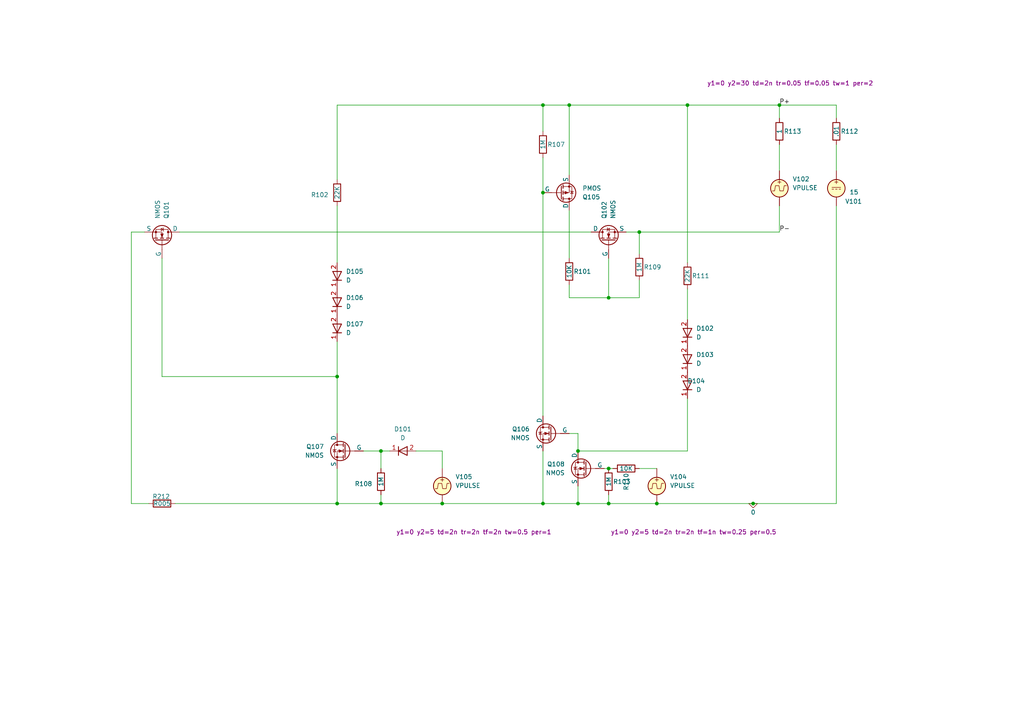
<source format=kicad_sch>
(kicad_sch (version 20250114) (generator "eeschema") (generator_version "9.0")
  (paper "A4")
  (lib_symbols
    (symbol "Device:R" (pin_numbers (hide yes)) (pin_names (offset 0))
      (property "Reference" "R" (at 2.032 0 90))
      (property "Value" "R" (at 0 0 90))
      (symbol "R_0_1"
        (rectangle (start -1.016 -2.54) (end 1.016 2.54) (stroke (width 0.254)))
      )
      (symbol "R_1_1"
        (pin passive line (at 0 3.81 270) (length 1.27) (name "~") (number "1"))
        (pin passive line (at 0 -3.81 90) (length 1.27) (name "~") (number "2"))
      )
    )
    (symbol "Simulation_SPICE:0" (power) (pin_names (offset 0))
      (property "Value" "0" (at 0 -1.778 0))
      (symbol "0_0_1"
        (polyline (pts (xy -1.27 0) (xy 0 -1.27) (xy 1.27 0) (xy -1.27 0)))
      )
      (symbol "0_1_1"
        (pin power_in line (at 0 0 0) (length 0) (hide yes) (name "0") (number "1"))
      )
    )
    (symbol "Simulation_SPICE:D" (pin_names (offset 1.016) (hide yes))
      (property "Reference" "D" (at 0 2.54 0))
      (property "Value" "D" (at 0 -2.54 0))
      (symbol "D_0_1"
        (polyline (pts (xy -1.27 1.27) (xy -1.27 -1.27)) (stroke (width 0.254)))
        (polyline (pts (xy 1.27 1.27) (xy 1.27 -1.27) (xy -1.27 0) (xy 1.27 1.27)) (stroke (width 0.254)))
        (polyline (pts (xy 1.27 0) (xy -1.27 0)))
      )
      (symbol "D_1_1"
        (pin passive line (at -3.81 0 0) (length 2.54) (name "K") (number "1"))
        (pin passive line (at 3.81 0 180) (length 2.54) (name "A") (number "2"))
      )
    )
    (symbol "Simulation_SPICE:NMOS" (pin_numbers (hide yes)) (pin_names (offset 0))
      (property "Reference" "Q" (at 5.08 1.27 0))
      (property "Value" "NMOS" (at 5.08 -1.27 0))
      (symbol "NMOS_0_1"
        (polyline (pts (xy 0.254 1.905) (xy 0.254 -1.905)) (stroke (width 0.254)))
        (polyline (pts (xy 0.254 0) (xy -2.54 0)))
        (polyline (pts (xy 0.762 2.286) (xy 0.762 1.27)) (stroke (width 0.254)))
        (polyline (pts (xy 0.762 0.508) (xy 0.762 -0.508)) (stroke (width 0.254)))
        (polyline (pts (xy 0.762 -1.27) (xy 0.762 -2.286)) (stroke (width 0.254)))
        (polyline (pts (xy 0.762 -1.778) (xy 3.302 -1.778) (xy 3.302 1.778) (xy 0.762 1.778)))
        (polyline (pts (xy 1.016 0) (xy 2.032 0.381) (xy 2.032 -0.381) (xy 1.016 0)) (fill (type outline)))
        (circle (center 1.651 0) (radius 2.794) (stroke (width 0.254)))
        (polyline (pts (xy 2.54 2.54) (xy 2.54 1.778)))
        (circle (center 2.54 1.778) (radius 0.254) (fill (type outline)))
        (circle (center 2.54 -1.778) (radius 0.254) (fill (type outline)))
        (polyline (pts (xy 2.54 -2.54) (xy 2.54 0) (xy 0.762 0)))
        (polyline (pts (xy 2.794 0.508) (xy 2.921 0.381) (xy 3.683 0.381) (xy 3.81 0.254)))
        (polyline (pts (xy 3.302 0.381) (xy 2.921 -0.254) (xy 3.683 -0.254) (xy 3.302 0.381)))
      )
      (symbol "NMOS_1_1"
        (pin input line (at -5.08 0 0) (length 2.54) (name "G") (number "2"))
        (pin passive line (at 2.54 5.08 270) (length 2.54) (name "D") (number "1"))
        (pin passive line (at 2.54 -5.08 90) (length 2.54) (name "S") (number "3"))
      )
    )
    (symbol "Simulation_SPICE:PMOS" (pin_numbers (hide yes)) (pin_names (offset 0))
      (property "Reference" "Q" (at 5.08 1.27 0))
      (property "Value" "PMOS" (at 5.08 -1.27 0))
      (symbol "PMOS_0_1"
        (polyline (pts (xy 0.254 1.905) (xy 0.254 -1.905)) (stroke (width 0.254)))
        (polyline (pts (xy 0.254 0) (xy -2.54 0)))
        (polyline (pts (xy 0.762 2.286) (xy 0.762 1.27)) (stroke (width 0.254)))
        (polyline (pts (xy 0.762 1.778) (xy 3.302 1.778) (xy 3.302 -1.778) (xy 0.762 -1.778)))
        (polyline (pts (xy 0.762 0.508) (xy 0.762 -0.508)) (stroke (width 0.254)))
        (polyline (pts (xy 0.762 -1.27) (xy 0.762 -2.286)) (stroke (width 0.254)))
        (circle (center 1.651 0) (radius 2.794) (stroke (width 0.254)))
        (polyline (pts (xy 2.286 0) (xy 1.27 0.381) (xy 1.27 -0.381) (xy 2.286 0)) (fill (type outline)))
        (polyline (pts (xy 2.54 2.54) (xy 2.54 1.778)))
        (circle (center 2.54 1.778) (radius 0.254) (fill (type outline)))
        (circle (center 2.54 -1.778) (radius 0.254) (fill (type outline)))
        (polyline (pts (xy 2.54 -2.54) (xy 2.54 0) (xy 0.762 0)))
        (polyline (pts (xy 2.794 -0.508) (xy 2.921 -0.381) (xy 3.683 -0.381) (xy 3.81 -0.254)))
        (polyline (pts (xy 3.302 -0.381) (xy 2.921 0.254) (xy 3.683 0.254) (xy 3.302 -0.381)))
      )
      (symbol "PMOS_1_1"
        (pin input line (at -5.08 0 0) (length 2.54) (name "G") (number "2"))
        (pin passive line (at 2.54 5.08 270) (length 2.54) (name "D") (number "1"))
        (pin passive line (at 2.54 -5.08 90) (length 2.54) (name "S") (number "3"))
      )
    )
    (symbol "Simulation_SPICE:VDC" (pin_numbers (hide yes)) (pin_names (offset 0.0254))
      (property "Reference" "V" (at 2.54 2.54 0))
      (property "Value" "1" (at 2.54 0 0))
      (symbol "VDC_0_0"
        (polyline (pts (xy -1.27 0.254) (xy 1.27 0.254)))
        (polyline (pts (xy -0.762 -0.254) (xy -1.27 -0.254)))
        (polyline (pts (xy 0.254 -0.254) (xy -0.254 -0.254)))
        (polyline (pts (xy 1.27 -0.254) (xy 0.762 -0.254)))
        (text "+" (at 0 1.905 0) (effects (font (size 1.27 1.27))))
      )
      (symbol "VDC_0_1"
        (circle (center 0 0) (radius 2.54) (stroke (width 0.254)) (fill (type background)))
      )
      (symbol "VDC_1_1"
        (pin passive line (at 0 5.08 270) (length 2.54) (name "~") (number "1"))
        (pin passive line (at 0 -5.08 90) (length 2.54) (name "~") (number "2"))
      )
    )
    (symbol "Simulation_SPICE:VPULSE" (pin_numbers (hide yes)) (pin_names (offset 0.0254))
      (property "Reference" "V" (at 2.54 2.54 0))
      (property "Value" "VPULSE" (at 2.54 0 0))
      (property "Sim.Params" "y1=0 y2=1 td=2n tr=2n tf=2n tw=50n per=100n" (at 2.54 -2.54 0))
      (symbol "VPULSE_0_0"
        (polyline (pts (xy -2.032 -0.762) (xy -1.397 -0.762) (xy -1.143 0.762) (xy -0.127 0.762) (xy 0.127 -0.762) (xy 1.143 -0.762) (xy 1.397 0.762) (xy 2.032 0.762)))
        (text "+" (at 0 1.905 0) (effects (font (size 1.27 1.27))))
      )
      (symbol "VPULSE_0_1"
        (circle (center 0 0) (radius 2.54) (stroke (width 0.254)) (fill (type background)))
      )
      (symbol "VPULSE_1_1"
        (pin passive line (at 0 5.08 270) (length 2.54) (name "~") (number "1"))
        (pin passive line (at 0 -5.08 90) (length 2.54) (name "~") (number "2"))
      )
    )
  )
  (junction (at 218.44 146.05))
  (junction (at 167.64 130.81))
  (junction (at 157.48 55.88))
  (junction (at 190.5 146.05))
  (junction (at 97.79 109.22))
  (junction (at 176.53 135.89))
  (junction (at 110.49 130.81))
  (junction (at 226.06 30.48))
  (junction (at 157.48 30.48))
  (junction (at 165.1 30.48))
  (junction (at 110.49 146.05))
  (junction (at 176.53 86.36))
  (junction (at 167.64 146.05))
  (junction (at 199.39 30.48))
  (junction (at 97.79 146.05))
  (junction (at 157.48 146.05))
  (junction (at 176.53 146.05))
  (junction (at 185.42 67.31))
  (junction (at 128.27 146.05))
  (wire (pts (xy 52.07 67.31) (xy 171.45 67.31)))
  (wire (pts (xy 97.79 109.22) (xy 97.79 125.73)))
  (wire (pts (xy 242.57 59.69) (xy 242.57 146.05)))
  (wire (pts (xy 226.06 30.48) (xy 226.06 34.29)))
  (wire (pts (xy 165.1 30.48) (xy 165.1 50.8)))
  (wire (pts (xy 157.48 146.05) (xy 167.64 146.05)))
  (wire (pts (xy 199.39 30.48) (xy 226.06 30.48)))
  (wire (pts (xy 110.49 143.51) (xy 110.49 146.05)))
  (wire (pts (xy 176.53 135.89) (xy 177.8 135.89)))
  (wire (pts (xy 226.06 30.48) (xy 242.57 30.48)))
  (wire (pts (xy 167.64 130.81) (xy 199.39 130.81)))
  (wire (pts (xy 105.41 130.81) (xy 110.49 130.81)))
  (wire (pts (xy 97.79 135.89) (xy 97.79 146.05)))
  (wire (pts (xy 199.39 30.48) (xy 199.39 76.2)))
  (wire (pts (xy 157.48 45.72) (xy 157.48 55.88)))
  (wire (pts (xy 226.06 59.69) (xy 226.06 67.31)))
  (wire (pts (xy 110.49 130.81) (xy 110.49 135.89)))
  (wire (pts (xy 242.57 41.91) (xy 242.57 49.53)))
  (wire (pts (xy 128.27 130.81) (xy 128.27 135.89)))
  (wire (pts (xy 181.61 67.31) (xy 185.42 67.31)))
  (wire (pts (xy 176.53 74.93) (xy 176.53 86.36)))
  (wire (pts (xy 167.64 140.97) (xy 167.64 146.05)))
  (wire (pts (xy 199.39 92.71) (xy 199.39 83.82)))
  (wire (pts (xy 46.99 109.22) (xy 97.79 109.22)))
  (wire (pts (xy 226.06 41.91) (xy 226.06 49.53)))
  (wire (pts (xy 165.1 60.96) (xy 165.1 74.93)))
  (wire (pts (xy 97.79 146.05) (xy 110.49 146.05)))
  (wire (pts (xy 165.1 86.36) (xy 176.53 86.36)))
  (wire (pts (xy 185.42 81.28) (xy 185.42 86.36)))
  (wire (pts (xy 175.26 135.89) (xy 176.53 135.89)))
  (wire (pts (xy 38.1 146.05) (xy 43.18 146.05)))
  (wire (pts (xy 157.48 30.48) (xy 157.48 38.1)))
  (wire (pts (xy 185.42 73.66) (xy 185.42 67.31)))
  (wire (pts (xy 110.49 130.81) (xy 113.03 130.81)))
  (wire (pts (xy 128.27 146.05) (xy 157.48 146.05)))
  (wire (pts (xy 97.79 99.06) (xy 97.79 109.22)))
  (wire (pts (xy 38.1 67.31) (xy 41.91 67.31)))
  (wire (pts (xy 46.99 74.93) (xy 46.99 109.22)))
  (wire (pts (xy 157.48 130.81) (xy 157.48 146.05)))
  (wire (pts (xy 165.1 30.48) (xy 199.39 30.48)))
  (wire (pts (xy 176.53 143.51) (xy 176.53 146.05)))
  (wire (pts (xy 218.44 146.05) (xy 242.57 146.05)))
  (wire (pts (xy 38.1 67.31) (xy 38.1 146.05)))
  (wire (pts (xy 167.64 125.73) (xy 167.64 130.81)))
  (wire (pts (xy 110.49 146.05) (xy 128.27 146.05)))
  (wire (pts (xy 190.5 146.05) (xy 218.44 146.05)))
  (wire (pts (xy 199.39 130.81) (xy 199.39 115.57)))
  (wire (pts (xy 157.48 55.88) (xy 157.48 120.65)))
  (wire (pts (xy 242.57 30.48) (xy 242.57 34.29)))
  (wire (pts (xy 97.79 30.48) (xy 157.48 30.48)))
  (wire (pts (xy 176.53 86.36) (xy 185.42 86.36)))
  (wire (pts (xy 50.8 146.05) (xy 97.79 146.05)))
  (wire (pts (xy 185.42 67.31) (xy 226.06 67.31)))
  (wire (pts (xy 120.65 130.81) (xy 128.27 130.81)))
  (wire (pts (xy 97.79 30.48) (xy 97.79 52.07)))
  (wire (pts (xy 176.53 146.05) (xy 190.5 146.05)))
  (wire (pts (xy 97.79 59.69) (xy 97.79 76.2)))
  (wire (pts (xy 165.1 82.55) (xy 165.1 86.36)))
  (wire (pts (xy 185.42 135.89) (xy 190.5 135.89)))
  (wire (pts (xy 157.48 30.48) (xy 165.1 30.48)))
  (wire (pts (xy 167.64 146.05) (xy 176.53 146.05)))
  (wire (pts (xy 165.1 125.73) (xy 167.64 125.73)))
  (label "P-" (at 226.06 67.31 0))
  (label "P+" (at 226.06 30.48 0))
  (symbol (lib_id "Device:R") (at 165.1 78.74 0) (unit 1)
    (property "Reference" "R101" (at 166.37 78.74 0) (effects (justify left)))
    (property "Value" "10K" (at 165.1 78.74 90))
    (property "Footprint" "A_Device:R_0603" (effects (hide yes)))
    (property "LCSC" "C22935" (effects (hide yes)))
  )
  (symbol (lib_id "Device:R") (at 110.49 139.7 0) (unit 1)
    (property "Reference" "R108" (at 102.87 140.335 0) (effects (justify left)))
    (property "Value" "1M" (at 110.49 139.7 90))
    (property "Footprint" "A_Device:R_0603" (effects (hide yes)))
    (property "LCSC" "C22935" (effects (hide yes)))
  )
  (symbol (lib_id "Device:R") (at 199.39 80.01 0) (unit 1)
    (property "Reference" "R111" (at 200.66 80.01 0) (effects (justify left)))
    (property "Value" "22K" (at 199.39 80.01 90))
    (property "Footprint" "A_Device:R_0603" (effects (hide yes)))
    (property "LCSC" "C22935" (effects (hide yes)))
  )
  (symbol (lib_id "Simulation_SPICE:PMOS") (at 162.56 55.88 0) (mirror x) (unit 1)
    (property "Reference" "Q105" (at 168.91 57.1501 0) (effects (justify left)))
    (property "Value" "PMOS" (at 168.91 54.6101 0) (effects (justify left)))
    (property "Datasheet" "https://ngspice.sourceforge.io/docs/ngspice-html-manual/manual.xhtml#cha_MOSFETs" (effects (hide yes)))
    (property "Description" "P-MOSFET transistor, drain/source/gate" (effects (hide yes)))
    (property "Sim.Device" "PMOS" (effects (hide yes)))
    (property "Sim.Type" "VDMOS" (effects (hide yes)))
    (property "Sim.Pins" "1=D 2=G 3=S" (effects (hide yes)))
  )
  (symbol (lib_id "Simulation_SPICE:D") (at 199.39 96.52 90) (unit 1)
    (property "Reference" "D102" (at 201.93 95.2499 90) (effects (justify right)))
    (property "Value" "D" (at 201.93 97.7899 90) (effects (justify right)))
    (property "Datasheet" "https://ngspice.sourceforge.io/docs/ngspice-html-manual/manual.xhtml#cha_DIODEs" (effects (hide yes)))
    (property "Description" "Diode for simulation or PCB" (effects (hide yes)))
    (property "Sim.Device" "D" (effects (hide yes)))
    (property "Sim.Pins" "1=K 2=A" (effects (hide yes)))
    (property "Sim.Params" "rs=50m cjo=10p" (effects (hide yes)))
  )
  (symbol (lib_id "Simulation_SPICE:D") (at 97.79 95.25 90) (unit 1)
    (property "Reference" "D107" (at 100.33 93.9799 90) (effects (justify right)))
    (property "Value" "D" (at 100.33 96.5199 90) (effects (justify right)))
    (property "Datasheet" "https://ngspice.sourceforge.io/docs/ngspice-html-manual/manual.xhtml#cha_DIODEs" (effects (hide yes)))
    (property "Description" "Diode for simulation or PCB" (effects (hide yes)))
    (property "Sim.Device" "D" (effects (hide yes)))
    (property "Sim.Pins" "1=K 2=A" (effects (hide yes)))
    (property "Sim.Params" "rs=50m cjo=10p" (effects (hide yes)))
  )
  (symbol (lib_id "Device:R") (at 46.99 146.05 270) (mirror x) (unit 1)
    (property "Reference" "R212" (at 44.196 144.018 90) (effects (justify left)))
    (property "Value" "R005" (at 46.99 146.05 90))
    (property "Footprint" "Resistor_SMD:R_2512_6332Metric_Pad1.40x3.35mm_HandSolder" (effects (hide yes)))
    (property "LCSC" "C3013385" (effects (hide yes)))
  )
  (symbol (lib_id "Device:R") (at 181.61 135.89 90) (mirror x) (unit 1)
    (property "Reference" "R110" (at 181.61 137.16 0) (effects (justify left)))
    (property "Value" "10K" (at 181.61 135.89 90))
    (property "Footprint" "A_Device:R_0603" (effects (hide yes)))
    (property "LCSC" "C22935" (effects (hide yes)))
  )
  (symbol (lib_id "Simulation_SPICE:D") (at 116.84 130.81 0) (unit 1)
    (property "Reference" "D101" (at 116.84 124.46 0))
    (property "Value" "D" (at 116.84 127 0))
    (property "Datasheet" "https://ngspice.sourceforge.io/docs/ngspice-html-manual/manual.xhtml#cha_DIODEs" (effects (hide yes)))
    (property "Description" "Diode for simulation or PCB" (effects (hide yes)))
    (property "Sim.Device" "D" (effects (hide yes)))
    (property "Sim.Pins" "1=K 2=A" (effects (hide yes)))
    (property "Sim.Params" "rs=50m cjo=10p" (effects (hide yes)))
  )
  (symbol (lib_id "Device:R") (at 97.79 55.88 0) (unit 1)
    (property "Reference" "R102" (at 90.17 56.515 0) (effects (justify left)))
    (property "Value" "22K" (at 97.79 55.88 90))
    (property "Footprint" "A_Device:R_0603" (effects (hide yes)))
    (property "LCSC" "C22935" (effects (hide yes)))
  )
  (symbol (lib_id "Simulation_SPICE:NMOS") (at 100.33 130.81 0) (mirror y) (unit 1)
    (property "Reference" "Q107" (at 93.98 129.5399 0) (effects (justify left)))
    (property "Value" "NMOS" (at 93.98 132.0799 0) (effects (justify left)))
    (property "Datasheet" "https://ngspice.sourceforge.io/docs/ngspice-html-manual/manual.xhtml#cha_MOSFETs" (effects (hide yes)))
    (property "Description" "N-MOSFET transistor, drain/source/gate" (effects (hide yes)))
    (property "Sim.Device" "NMOS" (effects (hide yes)))
    (property "Sim.Type" "VDMOS" (effects (hide yes)))
    (property "Sim.Pins" "1=D 2=G 3=S" (effects (hide yes)))
  )
  (symbol (lib_id "Device:R") (at 226.06 38.1 0) (unit 1)
    (property "Reference" "R113" (at 227.33 38.1 0) (effects (justify left)))
    (property "Value" "1" (at 226.06 38.1 90))
    (property "Footprint" "A_Device:R_0603" (effects (hide yes)))
    (property "LCSC" "C22935" (effects (hide yes)))
  )
  (symbol (lib_id "Simulation_SPICE:D") (at 199.39 111.76 90) (unit 1)
    (property "Reference" "D104" (at 199.39 110.4899 90) (effects (justify right)))
    (property "Value" "D" (at 201.93 113.0299 90) (effects (justify right)))
    (property "Datasheet" "https://ngspice.sourceforge.io/docs/ngspice-html-manual/manual.xhtml#cha_DIODEs" (effects (hide yes)))
    (property "Description" "Diode for simulation or PCB" (effects (hide yes)))
    (property "Sim.Device" "D" (effects (hide yes)))
    (property "Sim.Pins" "1=K 2=A" (effects (hide yes)))
    (property "Sim.Params" "rs=50m cjo=10p" (effects (hide yes)))
  )
  (symbol (lib_id "Simulation_SPICE:VPULSE") (at 128.27 140.97 0) (unit 1)
    (property "Reference" "V105" (at 132.08 138.3001 0) (effects (justify left)))
    (property "Value" "VPULSE" (at 132.08 140.8401 0) (effects (justify left)))
    (property "Datasheet" "https://ngspice.sourceforge.io/docs/ngspice-html-manual/manual.xhtml#sec_Independent_Sources_for" (effects (hide yes)))
    (property "Description" "Voltage source, pulse" (effects (hide yes)))
    (property "Sim.Pins" "1=+ 2=-" (effects (hide yes)))
    (property "Sim.Type" "PULSE" (effects (hide yes)))
    (property "Sim.Device" "V" (effects (hide yes)))
    (property "Sim.Params" "y1=0 y2=5 td=2n tr=2n tf=2n tw=0.5 per=1" (at 114.935 154.305 0) (effects (justify left)))
  )
  (symbol (lib_id "Simulation_SPICE:NMOS") (at 176.53 69.85 90) (unit 1)
    (property "Reference" "Q102" (at 175.2599 63.5 0) (effects (justify left)))
    (property "Value" "NMOS" (at 177.7999 63.5 0) (effects (justify left)))
    (property "Datasheet" "https://ngspice.sourceforge.io/docs/ngspice-html-manual/manual.xhtml#cha_MOSFETs" (effects (hide yes)))
    (property "Description" "N-MOSFET transistor, drain/source/gate" (effects (hide yes)))
    (property "Sim.Device" "NMOS" (effects (hide yes)))
    (property "Sim.Type" "VDMOS" (effects (hide yes)))
    (property "Sim.Pins" "1=D 2=G 3=S" (effects (hide yes)))
  )
  (symbol (lib_id "Simulation_SPICE:NMOS") (at 170.18 135.89 0) (mirror y) (unit 1)
    (property "Reference" "Q108" (at 163.83 134.6199 0) (effects (justify left)))
    (property "Value" "NMOS" (at 163.83 137.1599 0) (effects (justify left)))
    (property "Datasheet" "https://ngspice.sourceforge.io/docs/ngspice-html-manual/manual.xhtml#cha_MOSFETs" (effects (hide yes)))
    (property "Description" "N-MOSFET transistor, drain/source/gate" (effects (hide yes)))
    (property "Sim.Device" "NMOS" (effects (hide yes)))
    (property "Sim.Type" "VDMOS" (effects (hide yes)))
    (property "Sim.Pins" "1=D 2=G 3=S" (effects (hide yes)))
  )
  (symbol (lib_id "Simulation_SPICE:VPULSE") (at 226.06 54.61 0) (unit 1)
    (property "Reference" "V102" (at 229.87 51.9401 0) (effects (justify left)))
    (property "Value" "VPULSE" (at 229.87 54.4801 0) (effects (justify left)))
    (property "Datasheet" "https://ngspice.sourceforge.io/docs/ngspice-html-manual/manual.xhtml#sec_Independent_Sources_for" (effects (hide yes)))
    (property "Description" "Voltage source, pulse" (effects (hide yes)))
    (property "Sim.Pins" "1=+ 2=-" (effects (hide yes)))
    (property "Sim.Type" "PULSE" (effects (hide yes)))
    (property "Sim.Device" "V" (effects (hide yes)))
    (property "Sim.Params" "y1=0 y2=30 td=2n tr=0.05 tf=0.05 tw=1 per=2" (at 205.105 24.13 0) (effects (justify left)))
  )
  (symbol (lib_id "Simulation_SPICE:0") (at 218.44 146.05 0) (unit 1)
    (property "Reference" "#GND0101" (effects (hide yes)))
    (property "Value" "0" (at 218.44 148.59 0))
  )
  (symbol (lib_id "Device:R") (at 176.53 139.7 0) (unit 1)
    (property "Reference" "R103" (at 177.8 139.7 0) (effects (justify left)))
    (property "Value" "1M" (at 176.53 139.7 90))
    (property "Footprint" "A_Device:R_0603" (effects (hide yes)))
    (property "LCSC" "C22935" (effects (hide yes)))
  )
  (symbol (lib_id "Simulation_SPICE:VDC") (at 242.57 54.61 0) (unit 1)
    (property "Reference" "V101" (at 245.11 58.42 0) (effects (justify left)))
    (property "Value" "15" (at 246.38 55.7501 0) (effects (justify left)))
    (property "Datasheet" "https://ngspice.sourceforge.io/docs/ngspice-html-manual/manual.xhtml#sec_Independent_Sources_for" (effects (hide yes)))
    (property "Description" "Voltage source, DC" (effects (hide yes)))
    (property "Sim.Pins" "1=+ 2=-" (effects (hide yes)))
    (property "Sim.Type" "DC" (effects (hide yes)))
    (property "Sim.Device" "V" (effects (hide yes)))
  )
  (symbol (lib_id "Simulation_SPICE:NMOS") (at 46.99 69.85 270) (mirror x) (unit 1)
    (property "Reference" "Q101" (at 48.2601 63.5 0) (effects (justify left)))
    (property "Value" "NMOS" (at 45.7201 63.5 0) (effects (justify left)))
    (property "Datasheet" "https://ngspice.sourceforge.io/docs/ngspice-html-manual/manual.xhtml#cha_MOSFETs" (effects (hide yes)))
    (property "Description" "N-MOSFET transistor, drain/source/gate" (effects (hide yes)))
    (property "Sim.Device" "NMOS" (effects (hide yes)))
    (property "Sim.Type" "VDMOS" (effects (hide yes)))
    (property "Sim.Pins" "1=D 2=G 3=S" (effects (hide yes)))
  )
  (symbol (lib_id "Simulation_SPICE:VPULSE") (at 190.5 140.97 0) (unit 1)
    (property "Reference" "V104" (at 194.31 138.3001 0) (effects (justify left)))
    (property "Value" "VPULSE" (at 194.31 140.8401 0) (effects (justify left)))
    (property "Datasheet" "https://ngspice.sourceforge.io/docs/ngspice-html-manual/manual.xhtml#sec_Independent_Sources_for" (effects (hide yes)))
    (property "Description" "Voltage source, pulse" (effects (hide yes)))
    (property "Sim.Pins" "1=+ 2=-" (effects (hide yes)))
    (property "Sim.Type" "PULSE" (effects (hide yes)))
    (property "Sim.Device" "V" (effects (hide yes)))
    (property "Sim.Params" "y1=0 y2=5 td=2n tr=2n tf=1n tw=0.25 per=0.5" (at 177.165 154.305 0) (effects (justify left)))
  )
  (symbol (lib_id "Simulation_SPICE:D") (at 97.79 87.63 90) (unit 1)
    (property "Reference" "D106" (at 100.33 86.3599 90) (effects (justify right)))
    (property "Value" "D" (at 100.33 88.8999 90) (effects (justify right)))
    (property "Datasheet" "https://ngspice.sourceforge.io/docs/ngspice-html-manual/manual.xhtml#cha_DIODEs" (effects (hide yes)))
    (property "Description" "Diode for simulation or PCB" (effects (hide yes)))
    (property "Sim.Device" "D" (effects (hide yes)))
    (property "Sim.Pins" "1=K 2=A" (effects (hide yes)))
    (property "Sim.Params" "rs=50m cjo=10p" (effects (hide yes)))
  )
  (symbol (lib_id "Simulation_SPICE:D") (at 97.79 80.01 90) (unit 1)
    (property "Reference" "D105" (at 100.33 78.7399 90) (effects (justify right)))
    (property "Value" "D" (at 100.33 81.2799 90) (effects (justify right)))
    (property "Datasheet" "https://ngspice.sourceforge.io/docs/ngspice-html-manual/manual.xhtml#cha_DIODEs" (effects (hide yes)))
    (property "Description" "Diode for simulation or PCB" (effects (hide yes)))
    (property "Sim.Device" "D" (effects (hide yes)))
    (property "Sim.Pins" "1=K 2=A" (effects (hide yes)))
    (property "Sim.Params" "rs=50m cjo=10p" (effects (hide yes)))
  )
  (symbol (lib_id "Device:R") (at 242.57 38.1 0) (unit 1)
    (property "Reference" "R112" (at 243.84 38.1 0) (effects (justify left)))
    (property "Value" ".01" (at 242.57 38.1 90))
    (property "Footprint" "A_Device:R_0603" (effects (hide yes)))
    (property "LCSC" "C22935" (effects (hide yes)))
  )
  (symbol (lib_id "Device:R") (at 185.42 77.47 0) (unit 1)
    (property "Reference" "R109" (at 186.69 77.47 0) (effects (justify left)))
    (property "Value" "1M" (at 185.42 77.47 90))
    (property "Footprint" "A_Device:R_0603" (effects (hide yes)))
    (property "LCSC" "C22935" (effects (hide yes)))
  )
  (symbol (lib_id "Simulation_SPICE:NMOS") (at 160.02 125.73 0) (mirror y) (unit 1)
    (property "Reference" "Q106" (at 153.67 124.4599 0) (effects (justify left)))
    (property "Value" "NMOS" (at 153.67 126.9999 0) (effects (justify left)))
    (property "Datasheet" "https://ngspice.sourceforge.io/docs/ngspice-html-manual/manual.xhtml#cha_MOSFETs" (effects (hide yes)))
    (property "Description" "N-MOSFET transistor, drain/source/gate" (effects (hide yes)))
    (property "Sim.Device" "NMOS" (effects (hide yes)))
    (property "Sim.Type" "VDMOS" (effects (hide yes)))
    (property "Sim.Pins" "1=D 2=G 3=S" (effects (hide yes)))
  )
  (symbol (lib_id "Simulation_SPICE:D") (at 199.39 104.14 90) (unit 1)
    (property "Reference" "D103" (at 201.93 102.8699 90) (effects (justify right)))
    (property "Value" "D" (at 201.93 105.4099 90) (effects (justify right)))
    (property "Datasheet" "https://ngspice.sourceforge.io/docs/ngspice-html-manual/manual.xhtml#cha_DIODEs" (effects (hide yes)))
    (property "Description" "Diode for simulation or PCB" (effects (hide yes)))
    (property "Sim.Device" "D" (effects (hide yes)))
    (property "Sim.Pins" "1=K 2=A" (effects (hide yes)))
    (property "Sim.Params" "rs=50m cjo=10p" (effects (hide yes)))
  )
  (symbol (lib_id "Device:R") (at 157.48 41.91 0) (unit 1)
    (property "Reference" "R107" (at 158.75 41.91 0) (effects (justify left)))
    (property "Value" "1M" (at 157.48 41.91 90))
    (property "Footprint" "A_Device:R_0603" (effects (hide yes)))
    (property "LCSC" "C22935" (effects (hide yes)))
  )
)
</source>
